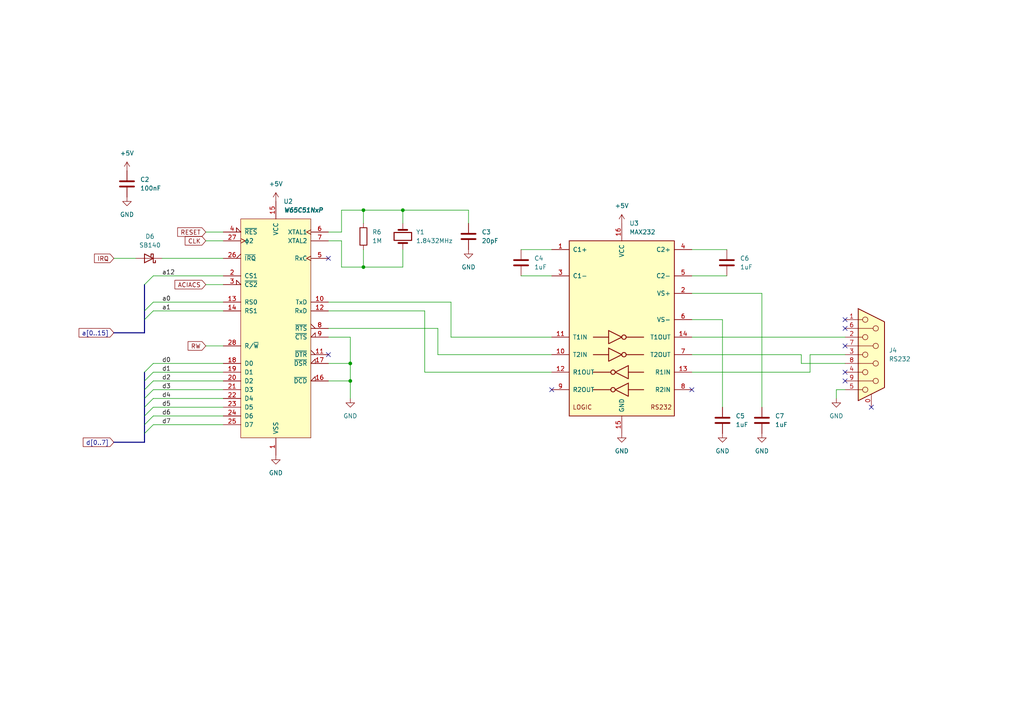
<source format=kicad_sch>
(kicad_sch (version 20230121) (generator eeschema)
  (paper "A4")
  (lib_symbols
    (symbol "65xx:W65C51NxP" (pin_names (offset 1.016))
      (property "Reference" "U" (at -10.16 33.02 0))
      (property "Value" "W65C51NxP" (at 0 0 90))
      (symbol "W65C51NxP_0_1"
        (rectangle (start -10.16 31.75) (end 10.16 -31.75) (fill (type background)))
      )
      (symbol "W65C51NxP_1_1"
        (pin power_in line (at 0 -36.83 90) (length 5.08) (name "VSS") (number "1"))
        (pin output line (at 15.24 7.62 180) (length 5.08) (name "TxD") (number "10"))
        (pin output output_low (at 15.24 -7.62 180) (length 5.08) (name "~{DTR}") (number "11"))
        (pin input line (at 15.24 5.08 180) (length 5.08) (name "RxD") (number "12"))
        (pin input line (at -15.24 7.62 0) (length 5.08) (name "RS0") (number "13"))
        (pin input line (at -15.24 5.08 0) (length 5.08) (name "RS1") (number "14"))
        (pin power_in line (at 0 36.83 270) (length 5.08) (name "VCC") (number "15"))
        (pin input input_low (at 15.24 -15.24 180) (length 5.08) (name "~{DCD}") (number "16"))
        (pin input input_low (at 15.24 -10.16 180) (length 5.08) (name "~{DSR}") (number "17"))
        (pin bidirectional line (at -15.24 -10.16 0) (length 5.08) (name "D0") (number "18"))
        (pin bidirectional line (at -15.24 -12.7 0) (length 5.08) (name "D1") (number "19"))
        (pin input line (at -15.24 15.24 0) (length 5.08) (name "CS1") (number "2"))
        (pin bidirectional line (at -15.24 -15.24 0) (length 5.08) (name "D2") (number "20"))
        (pin bidirectional line (at -15.24 -17.78 0) (length 5.08) (name "D3") (number "21"))
        (pin bidirectional line (at -15.24 -20.32 0) (length 5.08) (name "D4") (number "22"))
        (pin bidirectional line (at -15.24 -22.86 0) (length 5.08) (name "D5") (number "23"))
        (pin bidirectional line (at -15.24 -25.4 0) (length 5.08) (name "D6") (number "24"))
        (pin bidirectional line (at -15.24 -27.94 0) (length 5.08) (name "D7") (number "25"))
        (pin open_collector output_low (at -15.24 20.32 0) (length 5.08) (name "~{IRQ}") (number "26"))
        (pin input clock (at -15.24 25.4 0) (length 5.08) (name "ϕ2") (number "27"))
        (pin input line (at -15.24 -5.08 0) (length 5.08) (name "R/~{W}") (number "28"))
        (pin input input_low (at -15.24 12.7 0) (length 5.08) (name "~{CS2}") (number "3"))
        (pin input input_low (at -15.24 27.94 0) (length 5.08) (name "~{RES}") (number "4"))
        (pin bidirectional clock (at 15.24 20.32 180) (length 5.08) (name "RxC") (number "5"))
        (pin input clock (at 15.24 27.94 180) (length 5.08) (name "XTAL1") (number "6"))
        (pin output line (at 15.24 25.4 180) (length 5.08) (name "XTAL2") (number "7"))
        (pin output output_low (at 15.24 0 180) (length 5.08) (name "~{RTS}") (number "8"))
        (pin input input_low (at 15.24 -2.54 180) (length 5.08) (name "~{CTS}") (number "9"))
      )
    )
    (symbol "Connector:DE9_Receptacle_MountingHoles" (pin_names (offset 1.016) hide)
      (property "Reference" "J" (at 0 16.51 0))
      (property "Value" "DE9_Receptacle_MountingHoles" (at 0 14.605 0))
      (symbol "DE9_Receptacle_MountingHoles_0_1"
        (circle (center -1.778 -10.16) (radius 0.762))
        (circle (center -1.778 -5.08) (radius 0.762))
        (circle (center -1.778 0) (radius 0.762))
        (circle (center -1.778 5.08) (radius 0.762))
        (circle (center -1.778 10.16) (radius 0.762))
        (polyline (pts (xy -3.81 -10.16) (xy -2.54 -10.16)))
        (polyline (pts (xy -3.81 -7.62) (xy 0.508 -7.62)))
        (polyline (pts (xy -3.81 -5.08) (xy -2.54 -5.08)))
        (polyline (pts (xy -3.81 -2.54) (xy 0.508 -2.54)))
        (polyline (pts (xy -3.81 0) (xy -2.54 0)))
        (polyline (pts (xy -3.81 2.54) (xy 0.508 2.54)))
        (polyline (pts (xy -3.81 5.08) (xy -2.54 5.08)))
        (polyline (pts (xy -3.81 7.62) (xy 0.508 7.62)))
        (polyline (pts (xy -3.81 10.16) (xy -2.54 10.16)))
        (polyline (pts (xy -3.81 13.335) (xy -3.81 -13.335) (xy 3.81 -9.525) (xy 3.81 9.525) (xy -3.81 13.335)) (stroke (width 0.254)) (fill (type background)))
        (circle (center 1.27 -7.62) (radius 0.762))
        (circle (center 1.27 -2.54) (radius 0.762))
        (circle (center 1.27 2.54) (radius 0.762))
        (circle (center 1.27 7.62) (radius 0.762))
      )
      (symbol "DE9_Receptacle_MountingHoles_1_1"
        (pin passive line (at 0 -15.24 90) (length 3.81) (name "PAD") (number "0"))
        (pin passive line (at -7.62 10.16 0) (length 3.81) (name "1") (number "1"))
        (pin passive line (at -7.62 5.08 0) (length 3.81) (name "2") (number "2"))
        (pin passive line (at -7.62 0 0) (length 3.81) (name "3") (number "3"))
        (pin passive line (at -7.62 -5.08 0) (length 3.81) (name "4") (number "4"))
        (pin passive line (at -7.62 -10.16 0) (length 3.81) (name "5") (number "5"))
        (pin passive line (at -7.62 7.62 0) (length 3.81) (name "6") (number "6"))
        (pin passive line (at -7.62 2.54 0) (length 3.81) (name "7") (number "7"))
        (pin passive line (at -7.62 -2.54 0) (length 3.81) (name "8") (number "8"))
        (pin passive line (at -7.62 -7.62 0) (length 3.81) (name "9") (number "9"))
      )
    )
    (symbol "Device:C" (pin_numbers hide) (pin_names (offset 0.254))
      (property "Reference" "C" (at 0.635 2.54 0))
      (property "Value" "C" (at 0.635 -2.54 0))
      (symbol "C_0_1"
        (polyline (pts (xy -2.032 -0.762) (xy 2.032 -0.762)) (stroke (width 0.508)))
        (polyline (pts (xy -2.032 0.762) (xy 2.032 0.762)) (stroke (width 0.508)))
      )
      (symbol "C_1_1"
        (pin passive line (at 0 3.81 270) (length 2.794) (name "~") (number "1"))
        (pin passive line (at 0 -3.81 90) (length 2.794) (name "~") (number "2"))
      )
    )
    (symbol "Device:Crystal" (pin_numbers hide) (pin_names (offset 1.016) hide)
      (property "Reference" "Y" (at 0 3.81 0))
      (property "Value" "Crystal" (at 0 -3.81 0))
      (symbol "Crystal_0_1"
        (rectangle (start -1.143 2.54) (end 1.143 -2.54) (stroke (width 0.3048)))
        (polyline (pts (xy -2.54 0) (xy -1.905 0)))
        (polyline (pts (xy -1.905 -1.27) (xy -1.905 1.27)) (stroke (width 0.508)))
        (polyline (pts (xy 1.905 -1.27) (xy 1.905 1.27)) (stroke (width 0.508)))
        (polyline (pts (xy 2.54 0) (xy 1.905 0)))
      )
      (symbol "Crystal_1_1"
        (pin passive line (at -3.81 0 0) (length 1.27) (name "1") (number "1"))
        (pin passive line (at 3.81 0 180) (length 1.27) (name "2") (number "2"))
      )
    )
    (symbol "Device:R" (pin_numbers hide) (pin_names (offset 0))
      (property "Reference" "R" (at 2.032 0 90))
      (property "Value" "R" (at 0 0 90))
      (symbol "R_0_1"
        (rectangle (start -1.016 -2.54) (end 1.016 2.54) (stroke (width 0.254)))
      )
      (symbol "R_1_1"
        (pin passive line (at 0 3.81 270) (length 1.27) (name "~") (number "1"))
        (pin passive line (at 0 -3.81 90) (length 1.27) (name "~") (number "2"))
      )
    )
    (symbol "Diode:SB140" (pin_numbers hide) (pin_names (offset 1.016) hide)
      (property "Reference" "D" (at 0 2.54 0))
      (property "Value" "SB140" (at 0 -2.54 0))
      (symbol "SB140_0_1"
        (polyline (pts (xy 1.27 0) (xy -1.27 0)))
        (polyline (pts (xy 1.27 1.27) (xy 1.27 -1.27) (xy -1.27 0) (xy 1.27 1.27)) (stroke (width 0.254)))
        (polyline (pts (xy -1.905 0.635) (xy -1.905 1.27) (xy -1.27 1.27) (xy -1.27 -1.27) (xy -0.635 -1.27) (xy -0.635 -0.635)) (stroke (width 0.254)))
      )
      (symbol "SB140_1_1"
        (pin passive line (at -3.81 0 0) (length 2.54) (name "K") (number "1"))
        (pin passive line (at 3.81 0 180) (length 2.54) (name "A") (number "2"))
      )
    )
    (symbol "Interface_UART:MAX232" (pin_names (offset 1.016))
      (property "Reference" "U" (at -2.54 28.575 0))
      (property "Value" "MAX232" (at -2.54 26.67 0))
      (symbol "MAX232_0_0"
        (text "LOGIC" (at -11.43 -22.86 0) (effects (font (size 1.27 1.27))))
        (text "RS232" (at 11.43 -22.86 0) (effects (font (size 1.27 1.27))))
      )
      (symbol "MAX232_0_1"
        (rectangle (start -15.24 -25.4) (end 15.24 25.4) (stroke (width 0.254)) (fill (type background)))
        (circle (center -2.54 -17.78) (radius 0.635) (stroke (width 0.254)))
        (circle (center -2.54 -12.7) (radius 0.635) (stroke (width 0.254)))
        (polyline (pts (xy -3.81 -7.62) (xy -8.255 -7.62)) (stroke (width 0.254)))
        (polyline (pts (xy -3.81 -2.54) (xy -8.255 -2.54)) (stroke (width 0.254)))
        (polyline (pts (xy -3.175 -17.78) (xy -8.255 -17.78)) (stroke (width 0.254)))
        (polyline (pts (xy -3.175 -12.7) (xy -8.255 -12.7)) (stroke (width 0.254)))
        (polyline (pts (xy 1.27 -7.62) (xy 6.35 -7.62)) (stroke (width 0.254)))
        (polyline (pts (xy 1.27 -2.54) (xy 6.35 -2.54)) (stroke (width 0.254)))
        (polyline (pts (xy 1.905 -17.78) (xy 6.35 -17.78)) (stroke (width 0.254)))
        (polyline (pts (xy 1.905 -12.7) (xy 6.35 -12.7)) (stroke (width 0.254)))
        (polyline (pts (xy -3.81 -5.715) (xy -3.81 -9.525) (xy 0 -7.62) (xy -3.81 -5.715)) (stroke (width 0.254)))
        (polyline (pts (xy -3.81 -0.635) (xy -3.81 -4.445) (xy 0 -2.54) (xy -3.81 -0.635)) (stroke (width 0.254)))
        (polyline (pts (xy 1.905 -15.875) (xy 1.905 -19.685) (xy -1.905 -17.78) (xy 1.905 -15.875)) (stroke (width 0.254)))
        (polyline (pts (xy 1.905 -10.795) (xy 1.905 -14.605) (xy -1.905 -12.7) (xy 1.905 -10.795)) (stroke (width 0.254)))
        (circle (center 0.635 -7.62) (radius 0.635) (stroke (width 0.254)))
        (circle (center 0.635 -2.54) (radius 0.635) (stroke (width 0.254)))
      )
      (symbol "MAX232_1_1"
        (pin passive line (at -20.32 22.86 0) (length 5.08) (name "C1+") (number "1"))
        (pin input line (at -20.32 -7.62 0) (length 5.08) (name "T2IN") (number "10"))
        (pin input line (at -20.32 -2.54 0) (length 5.08) (name "T1IN") (number "11"))
        (pin output line (at -20.32 -12.7 0) (length 5.08) (name "R1OUT") (number "12"))
        (pin input line (at 20.32 -12.7 180) (length 5.08) (name "R1IN") (number "13"))
        (pin output line (at 20.32 -2.54 180) (length 5.08) (name "T1OUT") (number "14"))
        (pin power_in line (at 0 -30.48 90) (length 5.08) (name "GND") (number "15"))
        (pin power_in line (at 0 30.48 270) (length 5.08) (name "VCC") (number "16"))
        (pin power_out line (at 20.32 10.16 180) (length 5.08) (name "VS+") (number "2"))
        (pin passive line (at -20.32 15.24 0) (length 5.08) (name "C1-") (number "3"))
        (pin passive line (at 20.32 22.86 180) (length 5.08) (name "C2+") (number "4"))
        (pin passive line (at 20.32 15.24 180) (length 5.08) (name "C2-") (number "5"))
        (pin power_out line (at 20.32 2.54 180) (length 5.08) (name "VS-") (number "6"))
        (pin output line (at 20.32 -7.62 180) (length 5.08) (name "T2OUT") (number "7"))
        (pin input line (at 20.32 -17.78 180) (length 5.08) (name "R2IN") (number "8"))
        (pin output line (at -20.32 -17.78 0) (length 5.08) (name "R2OUT") (number "9"))
      )
    )
    (symbol "power:+5V" (power) (pin_names (offset 0))
      (property "Value" "+5V" (at 0 3.556 0))
      (symbol "+5V_0_1"
        (polyline (pts (xy -0.762 1.27) (xy 0 2.54)))
        (polyline (pts (xy 0 0) (xy 0 2.54)))
        (polyline (pts (xy 0 2.54) (xy 0.762 1.27)))
      )
      (symbol "+5V_1_1"
        (pin power_in line (at 0 0 90) (length 0) hide (name "+5V") (number "1"))
      )
    )
    (symbol "power:GND" (power) (pin_names (offset 0))
      (property "Value" "GND" (at 0 -3.81 0))
      (symbol "GND_0_1"
        (polyline (pts (xy 0 0) (xy 0 -1.27) (xy 1.27 -1.27) (xy 0 -2.54) (xy -1.27 -1.27) (xy 0 -1.27)))
      )
      (symbol "GND_1_1"
        (pin power_in line (at 0 0 270) (length 0) hide (name "GND") (number "1"))
      )
    )
  )
  (junction (at 101.6 110.49))
  (junction (at 116.84 60.96))
  (junction (at 105.41 60.96))
  (junction (at 105.41 77.47))
  (junction (at 101.6 105.41))
  (no_connect (at 245.11 100.33))
  (no_connect (at 252.73 118.11))
  (no_connect (at 245.11 110.49))
  (no_connect (at 245.11 107.95))
  (no_connect (at 245.11 95.25))
  (no_connect (at 160.02 113.03))
  (no_connect (at 200.66 113.03))
  (no_connect (at 95.25 102.87))
  (no_connect (at 95.25 74.93))
  (no_connect (at 245.11 92.71))
  (bus_entry (at 41.91 120.65) (size 2.54 -2.54))
  (bus_entry (at 41.91 118.11) (size 2.54 -2.54))
  (bus_entry (at 41.91 110.49) (size 2.54 -2.54))
  (bus_entry (at 41.91 113.03) (size 2.54 -2.54))
  (bus_entry (at 41.91 125.73) (size 2.54 -2.54))
  (bus_entry (at 41.91 123.19) (size 2.54 -2.54))
  (bus_entry (at 41.91 107.95) (size 2.54 -2.54))
  (bus_entry (at 44.45 90.17) (size -2.54 2.54))
  (bus_entry (at 41.91 115.57) (size 2.54 -2.54))
  (bus_entry (at 44.45 87.63) (size -2.54 2.54))
  (bus_entry (at 44.45 80.01) (size -2.54 2.54))
  (wire (pts (xy 95.25 110.49) (xy 101.6 110.49)))
  (bus (pts (xy 41.91 115.57) (xy 41.91 118.11)))
  (wire (pts (xy 200.66 107.95) (xy 234.95 107.95)))
  (wire (pts (xy 44.45 107.95) (xy 64.77 107.95)))
  (bus (pts (xy 41.91 113.03) (xy 41.91 115.57)))
  (wire (pts (xy 95.25 69.85) (xy 99.06 69.85)))
  (wire (pts (xy 44.45 118.11) (xy 64.77 118.11)))
  (bus (pts (xy 41.91 92.71) (xy 41.91 96.52)))
  (wire (pts (xy 234.95 107.95) (xy 234.95 102.87)))
  (wire (pts (xy 135.89 60.96) (xy 135.89 64.77)))
  (wire (pts (xy 220.98 85.09) (xy 220.98 118.11)))
  (wire (pts (xy 123.19 90.17) (xy 123.19 107.95)))
  (wire (pts (xy 99.06 69.85) (xy 99.06 77.47)))
  (wire (pts (xy 200.66 92.71) (xy 209.55 92.71)))
  (wire (pts (xy 105.41 72.39) (xy 105.41 77.47)))
  (bus (pts (xy 41.91 96.52) (xy 33.02 96.52)))
  (wire (pts (xy 44.45 87.63) (xy 64.77 87.63)))
  (wire (pts (xy 127 95.25) (xy 127 102.87)))
  (wire (pts (xy 95.25 105.41) (xy 101.6 105.41)))
  (wire (pts (xy 44.45 105.41) (xy 64.77 105.41)))
  (wire (pts (xy 44.45 110.49) (xy 64.77 110.49)))
  (wire (pts (xy 44.45 80.01) (xy 64.77 80.01)))
  (bus (pts (xy 41.91 125.73) (xy 41.91 128.27)))
  (wire (pts (xy 95.25 87.63) (xy 130.81 87.63)))
  (wire (pts (xy 95.25 90.17) (xy 123.19 90.17)))
  (wire (pts (xy 151.13 80.01) (xy 160.02 80.01)))
  (wire (pts (xy 200.66 102.87) (xy 232.41 102.87)))
  (bus (pts (xy 41.91 123.19) (xy 41.91 125.73)))
  (wire (pts (xy 95.25 67.31) (xy 99.06 67.31)))
  (wire (pts (xy 130.81 97.79) (xy 160.02 97.79)))
  (wire (pts (xy 200.66 80.01) (xy 210.82 80.01)))
  (wire (pts (xy 99.06 67.31) (xy 99.06 60.96)))
  (wire (pts (xy 105.41 60.96) (xy 116.84 60.96)))
  (bus (pts (xy 41.91 118.11) (xy 41.91 120.65)))
  (wire (pts (xy 59.69 67.31) (xy 64.77 67.31)))
  (wire (pts (xy 59.69 69.85) (xy 64.77 69.85)))
  (wire (pts (xy 46.99 74.93) (xy 64.77 74.93)))
  (wire (pts (xy 116.84 60.96) (xy 116.84 64.77)))
  (wire (pts (xy 95.25 97.79) (xy 101.6 97.79)))
  (bus (pts (xy 41.91 110.49) (xy 41.91 113.03)))
  (wire (pts (xy 44.45 123.19) (xy 64.77 123.19)))
  (wire (pts (xy 101.6 105.41) (xy 101.6 110.49)))
  (wire (pts (xy 105.41 77.47) (xy 116.84 77.47)))
  (wire (pts (xy 151.13 72.39) (xy 160.02 72.39)))
  (wire (pts (xy 99.06 77.47) (xy 105.41 77.47)))
  (wire (pts (xy 209.55 92.71) (xy 209.55 118.11)))
  (wire (pts (xy 101.6 97.79) (xy 101.6 105.41)))
  (wire (pts (xy 101.6 110.49) (xy 101.6 115.57)))
  (wire (pts (xy 127 102.87) (xy 160.02 102.87)))
  (wire (pts (xy 130.81 87.63) (xy 130.81 97.79)))
  (wire (pts (xy 44.45 115.57) (xy 64.77 115.57)))
  (bus (pts (xy 41.91 107.95) (xy 41.91 110.49)))
  (wire (pts (xy 123.19 107.95) (xy 160.02 107.95)))
  (wire (pts (xy 200.66 97.79) (xy 245.11 97.79)))
  (wire (pts (xy 232.41 102.87) (xy 232.41 105.41)))
  (wire (pts (xy 116.84 60.96) (xy 135.89 60.96)))
  (bus (pts (xy 41.91 90.17) (xy 41.91 92.71)))
  (wire (pts (xy 200.66 72.39) (xy 210.82 72.39)))
  (wire (pts (xy 59.69 82.55) (xy 64.77 82.55)))
  (wire (pts (xy 44.45 120.65) (xy 64.77 120.65)))
  (wire (pts (xy 44.45 113.03) (xy 64.77 113.03)))
  (wire (pts (xy 44.45 90.17) (xy 64.77 90.17)))
  (wire (pts (xy 95.25 95.25) (xy 127 95.25)))
  (wire (pts (xy 99.06 60.96) (xy 105.41 60.96)))
  (wire (pts (xy 116.84 77.47) (xy 116.84 72.39)))
  (bus (pts (xy 41.91 128.27) (xy 33.02 128.27)))
  (wire (pts (xy 232.41 105.41) (xy 245.11 105.41)))
  (wire (pts (xy 245.11 113.03) (xy 242.57 113.03)))
  (bus (pts (xy 41.91 120.65) (xy 41.91 123.19)))
  (wire (pts (xy 33.02 74.93) (xy 39.37 74.93)))
  (wire (pts (xy 234.95 102.87) (xy 245.11 102.87)))
  (bus (pts (xy 41.91 82.55) (xy 41.91 90.17)))
  (wire (pts (xy 59.69 100.33) (xy 64.77 100.33)))
  (wire (pts (xy 105.41 60.96) (xy 105.41 64.77)))
  (wire (pts (xy 242.57 113.03) (xy 242.57 115.57)))
  (wire (pts (xy 200.66 85.09) (xy 220.98 85.09)))
  (label "d3" (at 46.99 113.03 0))
  (label "d2" (at 46.99 110.49 0))
  (label "d4" (at 46.99 115.57 0))
  (label "d6" (at 46.99 120.65 0))
  (label "d7" (at 46.99 123.19 0))
  (label "a12" (at 46.99 80.01 0))
  (label "d5" (at 46.99 118.11 0))
  (label "d1" (at 46.99 107.95 0))
  (label "d0" (at 46.99 105.41 0))
  (label "a1" (at 46.99 90.17 0))
  (label "a0" (at 46.99 87.63 0))
  (global_label "d[0..7]" (shape input) (at 33.02 128.27 180) (property "Intersheetrefs" "${INTERSHEET_REFS}" (effects hide)))
  (global_label "ACIACS" (shape input) (at 59.69 82.55 180) (property "Intersheetrefs" "${INTERSHEET_REFS}" (effects hide)))
  (global_label "IRQ" (shape input) (at 33.02 74.93 180) (property "Intersheetrefs" "${INTERSHEET_REFS}" (effects hide)))
  (global_label "a[0..15]" (shape input) (at 33.02 96.52 180) (property "Intersheetrefs" "${INTERSHEET_REFS}" (effects hide)))
  (global_label "CLK" (shape input) (at 59.69 69.85 180) (property "Intersheetrefs" "${INTERSHEET_REFS}" (effects hide)))
  (global_label "RESET" (shape input) (at 59.69 67.31 180) (property "Intersheetrefs" "${INTERSHEET_REFS}" (effects hide)))
  (global_label "RW" (shape input) (at 59.69 100.33 180) (property "Intersheetrefs" "${INTERSHEET_REFS}" (effects hide)))
  (symbol (lib_id "power:GND") (at 101.6 115.57 0) (unit 1)
    (property "Reference" "#PWR019" (effects hide))
    (property "Value" "GND" (at 101.6 120.65 0))
  )
  (symbol (lib_id "power:+5V") (at 36.83 49.53 0) (unit 1)
    (property "Reference" "#PWR015" (effects hide))
    (property "Value" "+5V" (at 36.83 44.45 0))
  )
  (symbol (lib_id "65xx:W65C51NxP") (at 80.01 95.25 0) (unit 1)
    (property "Reference" "U2" (at 82.2041 58.42 0) (effects (justify left)))
    (property "Value" "W65C51NxP" (at 82.2041 60.96 0) (effects (font bold italic) (justify left)))
    (property "Footprint" "Package_DIP:DIP-28_W15.24mm" (effects hide))
    (property "Datasheet" "http://www.westerndesigncenter.com/wdc/documentation/w65c51n.pdf" (effects hide))
  )
  (symbol (lib_id "power:GND") (at 36.83 57.15 0) (unit 1)
    (property "Reference" "#PWR016" (effects hide))
    (property "Value" "GND" (at 36.83 62.23 0))
  )
  (symbol (lib_id "Device:C") (at 220.98 121.92 0) (unit 1)
    (property "Reference" "C7" (at 224.79 120.65 0) (effects (justify left)))
    (property "Value" "1uF" (at 224.79 123.19 0) (effects (justify left)))
    (property "Footprint" "Capacitor_THT:C_Disc_D5.0mm_W2.5mm_P5.00mm" (effects hide))
  )
  (symbol (lib_id "power:GND") (at 209.55 125.73 0) (unit 1)
    (property "Reference" "#PWR023" (effects hide))
    (property "Value" "GND" (at 209.55 130.81 0))
  )
  (symbol (lib_id "power:GND") (at 135.89 72.39 0) (unit 1)
    (property "Reference" "#PWR020" (effects hide))
    (property "Value" "GND" (at 135.89 77.47 0))
  )
  (symbol (lib_id "power:GND") (at 242.57 115.57 0) (unit 1)
    (property "Reference" "#PWR025" (effects hide))
    (property "Value" "GND" (at 242.57 120.65 0))
  )
  (symbol (lib_id "power:+5V") (at 80.01 58.42 0) (unit 1)
    (property "Reference" "#PWR017" (effects hide))
    (property "Value" "+5V" (at 80.01 53.34 0))
  )
  (symbol (lib_id "Device:R") (at 105.41 68.58 0) (unit 1)
    (property "Reference" "R6" (at 107.95 67.31 0) (effects (justify left)))
    (property "Value" "1M" (at 107.95 69.85 0) (effects (justify left)))
    (property "Footprint" "Resistor_THT:R_Axial_DIN0207_L6.3mm_D2.5mm_P7.62mm_Horizontal" (effects hide))
  )
  (symbol (lib_id "Device:C") (at 209.55 121.92 0) (unit 1)
    (property "Reference" "C5" (at 213.36 120.65 0) (effects (justify left)))
    (property "Value" "1uF" (at 213.36 123.19 0) (effects (justify left)))
    (property "Footprint" "Capacitor_THT:C_Disc_D5.0mm_W2.5mm_P5.00mm" (effects hide))
  )
  (symbol (lib_id "power:GND") (at 220.98 125.73 0) (unit 1)
    (property "Reference" "#PWR024" (effects hide))
    (property "Value" "GND" (at 220.98 130.81 0))
  )
  (symbol (lib_id "Device:C") (at 135.89 68.58 0) (unit 1)
    (property "Reference" "C3" (at 139.7 67.31 0) (effects (justify left)))
    (property "Value" "20pF" (at 139.7 69.85 0) (effects (justify left)))
    (property "Footprint" "Capacitor_THT:C_Disc_D5.0mm_W2.5mm_P5.00mm" (effects hide))
  )
  (symbol (lib_id "Device:C") (at 151.13 76.2 0) (unit 1)
    (property "Reference" "C4" (at 154.94 74.93 0) (effects (justify left)))
    (property "Value" "1uF" (at 154.94 77.47 0) (effects (justify left)))
    (property "Footprint" "Capacitor_THT:C_Disc_D5.0mm_W2.5mm_P5.00mm" (effects hide))
  )
  (symbol (lib_id "Connector:DE9_Receptacle_MountingHoles") (at 252.73 102.87 0) (unit 1)
    (property "Reference" "J4" (at 257.81 101.6 0) (effects (justify left)))
    (property "Value" "RS232" (at 257.81 104.14 0) (effects (justify left)))
    (property "Footprint" "Connector_Dsub:DSUB-9_Female_Horizontal_P2.77x2.84mm_EdgePinOffset4.94mm_Housed_MountingHolesOffset7.48mm" (effects hide))
    (property "Datasheet" " ~" (effects hide))
  )
  (symbol (lib_id "Interface_UART:MAX232") (at 180.34 95.25 0) (unit 1)
    (property "Reference" "U3" (at 182.5341 64.77 0) (effects (justify left)))
    (property "Value" "MAX232" (at 182.5341 67.31 0) (effects (justify left)))
    (property "Footprint" "Package_DIP:DIP-16_W7.62mm" (effects hide))
    (property "Datasheet" "http://www.ti.com/lit/ds/symlink/max232.pdf" (effects hide))
  )
  (symbol (lib_id "Device:C") (at 210.82 76.2 0) (unit 1)
    (property "Reference" "C6" (at 214.63 74.93 0) (effects (justify left)))
    (property "Value" "1uF" (at 214.63 77.47 0) (effects (justify left)))
    (property "Footprint" "Capacitor_THT:C_Disc_D5.0mm_W2.5mm_P5.00mm" (effects hide))
  )
  (symbol (lib_id "Diode:SB140") (at 43.18 74.93 180) (unit 1)
    (property "Reference" "D6" (at 43.4975 68.58 0))
    (property "Value" "SB140" (at 43.4975 71.12 0))
    (property "Footprint" "Diode_THT:D_DO-41_SOD81_P10.16mm_Horizontal" (effects hide))
    (property "Datasheet" "http://www.diodes.com/_files/datasheets/ds23022.pdf" (effects hide))
  )
  (symbol (lib_id "power:GND") (at 80.01 132.08 0) (unit 1)
    (property "Reference" "#PWR018" (effects hide))
    (property "Value" "GND" (at 80.01 137.16 0))
  )
  (symbol (lib_id "Device:C") (at 36.83 53.34 0) (unit 1)
    (property "Reference" "C2" (at 40.64 52.07 0) (effects (justify left)))
    (property "Value" "100nF" (at 40.64 54.61 0) (effects (justify left)))
    (property "Footprint" "Capacitor_THT:C_Disc_D5.0mm_W2.5mm_P5.00mm" (effects hide))
  )
  (symbol (lib_id "power:GND") (at 180.34 125.73 0) (unit 1)
    (property "Reference" "#PWR022" (effects hide))
    (property "Value" "GND" (at 180.34 130.81 0))
  )
  (symbol (lib_id "Device:Crystal") (at 116.84 68.58 90) (unit 1)
    (property "Reference" "Y1" (at 120.65 67.31 90) (effects (justify right)))
    (property "Value" "1.8432MHz" (at 120.65 69.85 90) (effects (justify right)))
    (property "Footprint" "Crystal:Crystal_HC49-U_Horizontal" (effects hide))
  )
  (symbol (lib_id "power:+5V") (at 180.34 64.77 0) (unit 1)
    (property "Reference" "#PWR021" (effects hide))
    (property "Value" "+5V" (at 180.34 59.69 0))
  )
)
</source>
